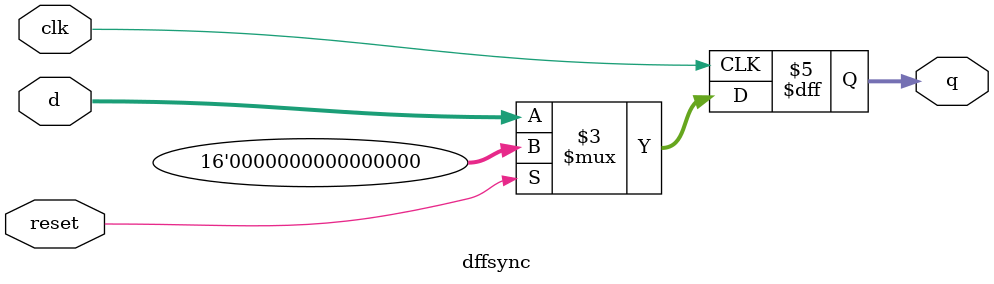
<source format=v>
module dffsync #(parameter DW = 16
                 )
   (
    input               clk,
    input               reset,
    input [DW-1:0]      d,
    output reg [DW-1:0] q
    );

   always @(posedge clk)
     if (reset)
       q <= 'b0;
     else
       q <= d;

endmodule

</source>
